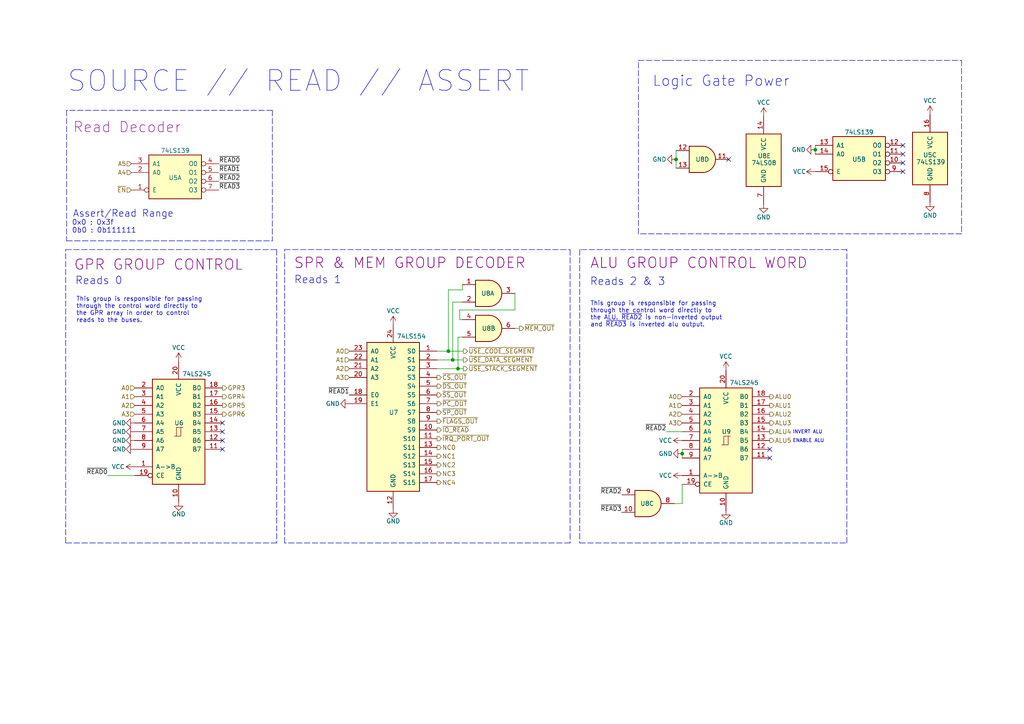
<source format=kicad_sch>
(kicad_sch (version 20211123) (generator eeschema)
  (paper "A4")
  (lib_symbols
    (symbol "74xx:74LS08" (pin_names (offset 1.016))
      (property "Reference" "U" (at 0 1.27 0))
      (property "Value" "74LS08" (at 0 -1.27 0))
      (symbol "74LS08_1_1"
        (arc (start 0 -3.81) (mid 3.81 0) (end 0 3.81) (stroke (width 0.254)) (fill (type background)))
        (polyline (pts (xy 0 3.81) (xy -3.81 3.81) (xy -3.81 -3.81) (xy 0 -3.81)) (stroke (width 0.254)) (fill (type background)))
        (pin input line (at -7.62 2.54 0) (length 3.81) (name "~") (number "1"))
        (pin input line (at -7.62 -2.54 0) (length 3.81) (name "~") (number "2"))
        (pin output line (at 7.62 0 180) (length 3.81) (name "~") (number "3"))
      )
      (symbol "74LS08_1_2"
        (arc (start -3.81 -3.81) (mid -2.589 0) (end -3.81 3.81) (stroke (width 0.254)))
        (arc (start -0.6096 -3.81) (mid 2.1855 -2.584) (end 3.81 0) (stroke (width 0.254)) (fill (type background)))
        (polyline (pts (xy -3.81 -3.81) (xy -0.635 -3.81)) (stroke (width 0.254)) (fill (type background)))
        (polyline (pts (xy -3.81 3.81) (xy -0.635 3.81)) (stroke (width 0.254)) (fill (type background)))
        (polyline (pts (xy -0.635 3.81) (xy -3.81 3.81) (xy -3.81 3.81) (xy -3.556 3.4036) (xy -3.0226 2.2606) (xy -2.6924 1.0414) (xy -2.6162 -0.254) (xy -2.7686 -1.4986) (xy -3.175 -2.7178) (xy -3.81 -3.81) (xy -3.81 -3.81) (xy -0.635 -3.81)) (stroke (width -25.4)) (fill (type background)))
        (arc (start 3.81 0) (mid 2.1928 2.5925) (end -0.6096 3.81) (stroke (width 0.254)) (fill (type background)))
        (pin input inverted (at -7.62 2.54 0) (length 4.318) (name "~") (number "1"))
        (pin input inverted (at -7.62 -2.54 0) (length 4.318) (name "~") (number "2"))
        (pin output inverted (at 7.62 0 180) (length 3.81) (name "~") (number "3"))
      )
      (symbol "74LS08_2_1"
        (arc (start 0 -3.81) (mid 3.81 0) (end 0 3.81) (stroke (width 0.254)) (fill (type background)))
        (polyline (pts (xy 0 3.81) (xy -3.81 3.81) (xy -3.81 -3.81) (xy 0 -3.81)) (stroke (width 0.254)) (fill (type background)))
        (pin input line (at -7.62 2.54 0) (length 3.81) (name "~") (number "4"))
        (pin input line (at -7.62 -2.54 0) (length 3.81) (name "~") (number "5"))
        (pin output line (at 7.62 0 180) (length 3.81) (name "~") (number "6"))
      )
      (symbol "74LS08_2_2"
        (arc (start -3.81 -3.81) (mid -2.589 0) (end -3.81 3.81) (stroke (width 0.254)))
        (arc (start -0.6096 -3.81) (mid 2.1855 -2.584) (end 3.81 0) (stroke (width 0.254)) (fill (type background)))
        (polyline (pts (xy -3.81 -3.81) (xy -0.635 -3.81)) (stroke (width 0.254)) (fill (type background)))
        (polyline (pts (xy -3.81 3.81) (xy -0.635 3.81)) (stroke (width 0.254)) (fill (type background)))
        (polyline (pts (xy -0.635 3.81) (xy -3.81 3.81) (xy -3.81 3.81) (xy -3.556 3.4036) (xy -3.0226 2.2606) (xy -2.6924 1.0414) (xy -2.6162 -0.254) (xy -2.7686 -1.4986) (xy -3.175 -2.7178) (xy -3.81 -3.81) (xy -3.81 -3.81) (xy -0.635 -3.81)) (stroke (width -25.4)) (fill (type background)))
        (arc (start 3.81 0) (mid 2.1928 2.5925) (end -0.6096 3.81) (stroke (width 0.254)) (fill (type background)))
        (pin input inverted (at -7.62 2.54 0) (length 4.318) (name "~") (number "4"))
        (pin input inverted (at -7.62 -2.54 0) (length 4.318) (name "~") (number "5"))
        (pin output inverted (at 7.62 0 180) (length 3.81) (name "~") (number "6"))
      )
      (symbol "74LS08_3_1"
        (arc (start 0 -3.81) (mid 3.81 0) (end 0 3.81) (stroke (width 0.254)) (fill (type background)))
        (polyline (pts (xy 0 3.81) (xy -3.81 3.81) (xy -3.81 -3.81) (xy 0 -3.81)) (stroke (width 0.254)) (fill (type background)))
        (pin input line (at -7.62 -2.54 0) (length 3.81) (name "~") (number "10"))
        (pin output line (at 7.62 0 180) (length 3.81) (name "~") (number "8"))
        (pin input line (at -7.62 2.54 0) (length 3.81) (name "~") (number "9"))
      )
      (symbol "74LS08_3_2"
        (arc (start -3.81 -3.81) (mid -2.589 0) (end -3.81 3.81) (stroke (width 0.254)))
        (arc (start -0.6096 -3.81) (mid 2.1855 -2.584) (end 3.81 0) (stroke (width 0.254)) (fill (type background)))
        (polyline (pts (xy -3.81 -3.81) (xy -0.635 -3.81)) (stroke (width 0.254)) (fill (type background)))
        (polyline (pts (xy -3.81 3.81) (xy -0.635 3.81)) (stroke (width 0.254)) (fill (type background)))
        (polyline (pts (xy -0.635 3.81) (xy -3.81 3.81) (xy -3.81 3.81) (xy -3.556 3.4036) (xy -3.0226 2.2606) (xy -2.6924 1.0414) (xy -2.6162 -0.254) (xy -2.7686 -1.4986) (xy -3.175 -2.7178) (xy -3.81 -3.81) (xy -3.81 -3.81) (xy -0.635 -3.81)) (stroke (width -25.4)) (fill (type background)))
        (arc (start 3.81 0) (mid 2.1928 2.5925) (end -0.6096 3.81) (stroke (width 0.254)) (fill (type background)))
        (pin input inverted (at -7.62 -2.54 0) (length 4.318) (name "~") (number "10"))
        (pin output inverted (at 7.62 0 180) (length 3.81) (name "~") (number "8"))
        (pin input inverted (at -7.62 2.54 0) (length 4.318) (name "~") (number "9"))
      )
      (symbol "74LS08_4_1"
        (arc (start 0 -3.81) (mid 3.81 0) (end 0 3.81) (stroke (width 0.254)) (fill (type background)))
        (polyline (pts (xy 0 3.81) (xy -3.81 3.81) (xy -3.81 -3.81) (xy 0 -3.81)) (stroke (width 0.254)) (fill (type background)))
        (pin output line (at 7.62 0 180) (length 3.81) (name "~") (number "11"))
        (pin input line (at -7.62 2.54 0) (length 3.81) (name "~") (number "12"))
        (pin input line (at -7.62 -2.54 0) (length 3.81) (name "~") (number "13"))
      )
      (symbol "74LS08_4_2"
        (arc (start -3.81 -3.81) (mid -2.589 0) (end -3.81 3.81) (stroke (width 0.254)))
        (arc (start -0.6096 -3.81) (mid 2.1855 -2.584) (end 3.81 0) (stroke (width 0.254)) (fill (type background)))
        (polyline (pts (xy -3.81 -3.81) (xy -0.635 -3.81)) (stroke (width 0.254)) (fill (type background)))
        (polyline (pts (xy -3.81 3.81) (xy -0.635 3.81)) (stroke (width 0.254)) (fill (type background)))
        (polyline (pts (xy -0.635 3.81) (xy -3.81 3.81) (xy -3.81 3.81) (xy -3.556 3.4036) (xy -3.0226 2.2606) (xy -2.6924 1.0414) (xy -2.6162 -0.254) (xy -2.7686 -1.4986) (xy -3.175 -2.7178) (xy -3.81 -3.81) (xy -3.81 -3.81) (xy -0.635 -3.81)) (stroke (width -25.4)) (fill (type background)))
        (arc (start 3.81 0) (mid 2.1928 2.5925) (end -0.6096 3.81) (stroke (width 0.254)) (fill (type background)))
        (pin output inverted (at 7.62 0 180) (length 3.81) (name "~") (number "11"))
        (pin input inverted (at -7.62 2.54 0) (length 4.318) (name "~") (number "12"))
        (pin input inverted (at -7.62 -2.54 0) (length 4.318) (name "~") (number "13"))
      )
      (symbol "74LS08_5_0"
        (pin power_in line (at 0 12.7 270) (length 5.08) (name "VCC") (number "14"))
        (pin power_in line (at 0 -12.7 90) (length 5.08) (name "GND") (number "7"))
      )
      (symbol "74LS08_5_1"
        (rectangle (start -5.08 7.62) (end 5.08 -7.62) (stroke (width 0.254)) (fill (type background)))
      )
    )
    (symbol "74xx:74LS139" (pin_names (offset 1.016))
      (property "Reference" "U" (at -7.62 8.89 0))
      (property "Value" "74LS139" (at -7.62 -8.89 0))
      (symbol "74LS139_1_0"
        (pin input inverted (at -12.7 -5.08 0) (length 5.08) (name "E") (number "1"))
        (pin input line (at -12.7 0 0) (length 5.08) (name "A0") (number "2"))
        (pin input line (at -12.7 2.54 0) (length 5.08) (name "A1") (number "3"))
        (pin output inverted (at 12.7 2.54 180) (length 5.08) (name "O0") (number "4"))
        (pin output inverted (at 12.7 0 180) (length 5.08) (name "O1") (number "5"))
        (pin output inverted (at 12.7 -2.54 180) (length 5.08) (name "O2") (number "6"))
        (pin output inverted (at 12.7 -5.08 180) (length 5.08) (name "O3") (number "7"))
      )
      (symbol "74LS139_1_1"
        (rectangle (start -7.62 5.08) (end 7.62 -7.62) (stroke (width 0.254)) (fill (type background)))
      )
      (symbol "74LS139_2_0"
        (pin output inverted (at 12.7 -2.54 180) (length 5.08) (name "O2") (number "10"))
        (pin output inverted (at 12.7 0 180) (length 5.08) (name "O1") (number "11"))
        (pin output inverted (at 12.7 2.54 180) (length 5.08) (name "O0") (number "12"))
        (pin input line (at -12.7 2.54 0) (length 5.08) (name "A1") (number "13"))
        (pin input line (at -12.7 0 0) (length 5.08) (name "A0") (number "14"))
        (pin input inverted (at -12.7 -5.08 0) (length 5.08) (name "E") (number "15"))
        (pin output inverted (at 12.7 -5.08 180) (length 5.08) (name "O3") (number "9"))
      )
      (symbol "74LS139_2_1"
        (rectangle (start -7.62 5.08) (end 7.62 -7.62) (stroke (width 0.254)) (fill (type background)))
      )
      (symbol "74LS139_3_0"
        (pin power_in line (at 0 12.7 270) (length 5.08) (name "VCC") (number "16"))
        (pin power_in line (at 0 -12.7 90) (length 5.08) (name "GND") (number "8"))
      )
      (symbol "74LS139_3_1"
        (rectangle (start -5.08 7.62) (end 5.08 -7.62) (stroke (width 0.254)) (fill (type background)))
      )
    )
    (symbol "74xx:74LS154" (pin_names (offset 1.016))
      (property "Reference" "U" (at -7.62 21.59 0))
      (property "Value" "74LS154" (at -7.62 -24.13 0))
      (symbol "74LS154_1_0"
        (pin output line (at 12.7 17.78 180) (length 5.08) (name "S0") (number "1"))
        (pin output line (at 12.7 -5.08 180) (length 5.08) (name "S9") (number "10"))
        (pin output line (at 12.7 -7.62 180) (length 5.08) (name "S10") (number "11"))
        (pin power_in line (at 0 -27.94 90) (length 5.08) (name "GND") (number "12"))
        (pin output line (at 12.7 -10.16 180) (length 5.08) (name "S11") (number "13"))
        (pin output line (at 12.7 -12.7 180) (length 5.08) (name "S12") (number "14"))
        (pin output line (at 12.7 -15.24 180) (length 5.08) (name "S13") (number "15"))
        (pin output line (at 12.7 -17.78 180) (length 5.08) (name "S14") (number "16"))
        (pin output line (at 12.7 -20.32 180) (length 5.08) (name "S15") (number "17"))
        (pin input line (at -12.7 5.08 0) (length 5.08) (name "E0") (number "18"))
        (pin input line (at -12.7 2.54 0) (length 5.08) (name "E1") (number "19"))
        (pin output line (at 12.7 15.24 180) (length 5.08) (name "S1") (number "2"))
        (pin input line (at -12.7 10.16 0) (length 5.08) (name "A3") (number "20"))
        (pin input line (at -12.7 12.7 0) (length 5.08) (name "A2") (number "21"))
        (pin input line (at -12.7 15.24 0) (length 5.08) (name "A1") (number "22"))
        (pin input line (at -12.7 17.78 0) (length 5.08) (name "A0") (number "23"))
        (pin power_in line (at 0 25.4 270) (length 5.08) (name "VCC") (number "24"))
        (pin output line (at 12.7 12.7 180) (length 5.08) (name "S2") (number "3"))
        (pin output line (at 12.7 10.16 180) (length 5.08) (name "S3") (number "4"))
        (pin output line (at 12.7 7.62 180) (length 5.08) (name "S4") (number "5"))
        (pin output line (at 12.7 5.08 180) (length 5.08) (name "S5") (number "6"))
        (pin output line (at 12.7 2.54 180) (length 5.08) (name "S6") (number "7"))
        (pin output line (at 12.7 0 180) (length 5.08) (name "S7") (number "8"))
        (pin output line (at 12.7 -2.54 180) (length 5.08) (name "S8") (number "9"))
      )
      (symbol "74LS154_1_1"
        (rectangle (start -7.62 20.32) (end 7.62 -22.86) (stroke (width 0.254)) (fill (type background)))
      )
    )
    (symbol "74xx:74LS245" (pin_names (offset 1.016))
      (property "Reference" "U" (at -7.62 16.51 0))
      (property "Value" "74LS245" (at -7.62 -16.51 0))
      (symbol "74LS245_1_0"
        (polyline (pts (xy -0.635 -1.27) (xy -0.635 1.27) (xy 0.635 1.27)))
        (polyline (pts (xy -1.27 -1.27) (xy 0.635 -1.27) (xy 0.635 1.27) (xy 1.27 1.27)))
        (pin input line (at -12.7 -10.16 0) (length 5.08) (name "A->B") (number "1"))
        (pin power_in line (at 0 -20.32 90) (length 5.08) (name "GND") (number "10"))
        (pin tri_state line (at 12.7 -5.08 180) (length 5.08) (name "B7") (number "11"))
        (pin tri_state line (at 12.7 -2.54 180) (length 5.08) (name "B6") (number "12"))
        (pin tri_state line (at 12.7 0 180) (length 5.08) (name "B5") (number "13"))
        (pin tri_state line (at 12.7 2.54 180) (length 5.08) (name "B4") (number "14"))
        (pin tri_state line (at 12.7 5.08 180) (length 5.08) (name "B3") (number "15"))
        (pin tri_state line (at 12.7 7.62 180) (length 5.08) (name "B2") (number "16"))
        (pin tri_state line (at 12.7 10.16 180) (length 5.08) (name "B1") (number "17"))
        (pin tri_state line (at 12.7 12.7 180) (length 5.08) (name "B0") (number "18"))
        (pin input inverted (at -12.7 -12.7 0) (length 5.08) (name "CE") (number "19"))
        (pin tri_state line (at -12.7 12.7 0) (length 5.08) (name "A0") (number "2"))
        (pin power_in line (at 0 20.32 270) (length 5.08) (name "VCC") (number "20"))
        (pin tri_state line (at -12.7 10.16 0) (length 5.08) (name "A1") (number "3"))
        (pin tri_state line (at -12.7 7.62 0) (length 5.08) (name "A2") (number "4"))
        (pin tri_state line (at -12.7 5.08 0) (length 5.08) (name "A3") (number "5"))
        (pin tri_state line (at -12.7 2.54 0) (length 5.08) (name "A4") (number "6"))
        (pin tri_state line (at -12.7 0 0) (length 5.08) (name "A5") (number "7"))
        (pin tri_state line (at -12.7 -2.54 0) (length 5.08) (name "A6") (number "8"))
        (pin tri_state line (at -12.7 -5.08 0) (length 5.08) (name "A7") (number "9"))
      )
      (symbol "74LS245_1_1"
        (rectangle (start -7.62 15.24) (end 7.62 -15.24) (stroke (width 0.254)) (fill (type background)))
      )
    )
    (symbol "power:GND" (power) (pin_names (offset 0))
      (property "Value" "GND" (at 0 -3.81 0))
      (symbol "GND_0_1"
        (polyline (pts (xy 0 0) (xy 0 -1.27) (xy 1.27 -1.27) (xy 0 -2.54) (xy -1.27 -1.27) (xy 0 -1.27)))
      )
      (symbol "GND_1_1"
        (pin power_in line (at 0 0 270) (length 0) hide (name "GND") (number "1"))
      )
    )
    (symbol "power:VCC" (power) (pin_names (offset 0))
      (property "Value" "VCC" (at 0 3.81 0))
      (symbol "VCC_0_1"
        (polyline (pts (xy -0.762 1.27) (xy 0 2.54)))
        (polyline (pts (xy 0 0) (xy 0 2.54)))
        (polyline (pts (xy 0 2.54) (xy 0.762 1.27)))
      )
      (symbol "VCC_1_1"
        (pin power_in line (at 0 0 90) (length 0) hide (name "VCC") (number "1"))
      )
    )
  )
  (junction (at 197.866 131.572))
  (junction (at 132.842 106.934))
  (junction (at 131.318 104.394))
  (junction (at 130.048 101.854))
  (junction (at 236.474 43.434))
  (junction (at 196.088 46.228))
  (no_connect (at 223.266 132.842))
  (no_connect (at 261.874 47.244))
  (no_connect (at 261.874 44.704))
  (no_connect (at 261.874 49.784))
  (no_connect (at 261.874 42.164))
  (no_connect (at 64.516 130.302))
  (no_connect (at 211.328 46.228))
  (no_connect (at 64.516 122.682))
  (no_connect (at 64.516 125.222))
  (no_connect (at 64.516 127.762))
  (no_connect (at 223.266 130.302))
  (wire (pts (xy 131.318 87.63) (xy 131.318 104.394)))
  (polyline (pts (xy 82.55 72.39) (xy 165.354 72.39)))
  (wire (pts (xy 197.866 140.462) (xy 197.866 146.05)))
  (polyline (pts (xy 168.148 157.48) (xy 245.618 157.48)))
  (wire (pts (xy 133.35 92.71) (xy 133.35 89.916)))
  (wire (pts (xy 133.35 89.916) (xy 149.352 89.916)))
  (polyline (pts (xy 19.304 69.85) (xy 78.994 69.85)))
  (wire (pts (xy 130.048 101.854) (xy 126.746 101.854)))
  (wire (pts (xy 31.242 137.922) (xy 39.116 137.922)))
  (wire (pts (xy 236.474 42.164) (xy 236.474 43.434)))
  (polyline (pts (xy 278.892 67.818) (xy 185.166 67.818)))
  (wire (pts (xy 131.318 87.63) (xy 134.112 87.63)))
  (polyline (pts (xy 245.618 157.48) (xy 245.618 72.39)))
  (wire (pts (xy 197.866 146.05) (xy 195.58 146.05)))
  (polyline (pts (xy 19.05 157.48) (xy 19.05 72.39)))
  (wire (pts (xy 150.622 95.25) (xy 149.352 95.25)))
  (wire (pts (xy 197.866 130.302) (xy 197.866 131.572)))
  (polyline (pts (xy 19.05 72.39) (xy 80.264 72.39)))
  (polyline (pts (xy 168.148 72.39) (xy 168.148 157.48)))
  (polyline (pts (xy 165.354 72.39) (xy 165.354 157.48)))
  (wire (pts (xy 132.842 106.934) (xy 126.746 106.934)))
  (wire (pts (xy 134.112 97.79) (xy 132.842 97.79)))
  (polyline (pts (xy 245.618 72.39) (xy 168.148 72.39)))
  (wire (pts (xy 149.352 89.916) (xy 149.352 85.09)))
  (polyline (pts (xy 78.994 32.004) (xy 78.994 69.85)))
  (polyline (pts (xy 80.264 72.39) (xy 80.264 157.48)))
  (polyline (pts (xy 193.802 17.526) (xy 278.892 17.526)))
  (wire (pts (xy 193.294 125.222) (xy 197.866 125.222)))
  (polyline (pts (xy 278.892 17.526) (xy 278.892 67.818)))
  (polyline (pts (xy 82.55 157.48) (xy 82.55 72.39)))
  (polyline (pts (xy 185.166 67.818) (xy 185.166 17.526)))
  (wire (pts (xy 130.048 84.074) (xy 134.112 84.074)))
  (polyline (pts (xy 165.354 157.48) (xy 82.55 157.48)))
  (polyline (pts (xy 78.994 32.004) (xy 19.304 32.004)))
  (wire (pts (xy 134.366 106.934) (xy 132.842 106.934)))
  (polyline (pts (xy 80.264 157.48) (xy 19.05 157.48)))
  (wire (pts (xy 197.866 131.572) (xy 197.866 132.842)))
  (wire (pts (xy 134.366 104.394) (xy 131.318 104.394)))
  (wire (pts (xy 196.088 43.688) (xy 196.088 46.228)))
  (polyline (pts (xy 19.304 32.004) (xy 19.304 69.85)))
  (wire (pts (xy 132.842 97.79) (xy 132.842 106.934)))
  (wire (pts (xy 134.112 92.71) (xy 133.35 92.71)))
  (wire (pts (xy 236.474 43.434) (xy 236.474 44.704)))
  (wire (pts (xy 134.112 84.074) (xy 134.112 82.55)))
  (polyline (pts (xy 245.618 72.39) (xy 245.618 72.39)))
  (wire (pts (xy 134.366 101.854) (xy 130.048 101.854)))
  (wire (pts (xy 131.318 104.394) (xy 126.746 104.394)))
  (polyline (pts (xy 185.166 17.526) (xy 193.802 17.526)))
  (wire (pts (xy 196.088 46.228) (xy 196.088 48.768)))
  (wire (pts (xy 130.048 84.074) (xy 130.048 101.854)))
  (text "0x0 : 0x3f" (at 20.828 65.532 0) (effects (font (size 1.5 1.5)) (justify left bottom)))
  (text "This group is responsible for passing\nthrough the control word directly to \nthe GPR array in order to control\nreads to the buses." (at 22.098 93.726 0) (effects (font (size 1.27 1.27)) (justify left bottom)))
  (text "Reads 0" (at 35.56 82.804 180) (effects (font (size 2.2 2.2)) (justify right bottom)))
  (text "0b0 : 0b111111" (at 20.828 67.818 0) (effects (font (size 1.5 1.5)) (justify left bottom)))
  (text "Assert/Read Range" (at 21.082 63.246 0) (effects (font (size 2 2)) (justify left bottom)))
  (text "ENABLE ALU" (at 229.87 128.524 0) (effects (font (size 1 1)) (justify left bottom)))
  (text "Reads 1" (at 99.06 82.55 180) (effects (font (size 2.2 2.2)) (justify right bottom)))
  (text "This group is responsible for passing\nthrough the control word directly to \nthe ALU. ~{READ2} is non-inverted output\nand ~{READ3} is inverted alu output." (at 171.196 94.996 0) (effects (font (size 1.27 1.27)) (justify left bottom)))
  (text "Reads 2 & 3" (at 193.04 83.058 180) (effects (font (size 2.2 2.2)) (justify right bottom)))
  (text "SOURCE // READ // ASSERT" (at 19.304 27.178 0) (effects (font (size 6 6)) (justify left bottom)))
  (text "Logic Gate Power" (at 229.108 25.4 180) (effects (font (size 3 3)) (justify right bottom)))
  (text "INVERT ALU" (at 229.87 125.984 0) (effects (font (size 1 1)) (justify left bottom)))
  (label "~{READ0}" (at 63.5 47.498 0))
  (label "~{READ1}" (at 63.5 50.038 0))
  (label "~{READ2}" (at 63.5 52.578 0))
  (label "~{READ0}" (at 31.242 137.922 180))
  (label "~{READ1}" (at 101.346 114.554 180))
  (label "~{READ3}" (at 180.34 148.59 180))
  (label "~{READ3}" (at 63.5 55.118 0))
  (label "~{READ2}" (at 180.34 143.51 180))
  (label "~{READ2}" (at 193.294 125.222 180))
  (hierarchical_label "~{USE_STACK_SEGMENT}" (shape output) (at 134.366 106.934 0))
  (hierarchical_label "~{CS_OUT}" (shape output) (at 126.746 109.474 0))
  (hierarchical_label "GPR4" (shape output) (at 64.516 115.062 0))
  (hierarchical_label "~{MEM_OUT}" (shape output) (at 150.622 95.25 0))
  (hierarchical_label "~{EN}" (shape input) (at 38.1 55.118 180))
  (hierarchical_label "A2" (shape input) (at 197.866 120.142 180))
  (hierarchical_label "A1" (shape input) (at 39.116 115.062 180))
  (hierarchical_label "A3" (shape input) (at 101.346 109.474 180))
  (hierarchical_label "ALU1" (shape output) (at 223.266 117.602 0))
  (hierarchical_label "~{IRQ_PORT_OUT}" (shape output) (at 126.746 127.254 0))
  (hierarchical_label "NC2" (shape output) (at 126.746 134.874 0))
  (hierarchical_label "~{USE_DATA_SEGMENT}" (shape output) (at 134.366 104.394 0))
  (hierarchical_label "~{PC_OUT}" (shape output) (at 126.746 117.094 0))
  (hierarchical_label "A1" (shape input) (at 101.346 104.394 180))
  (hierarchical_label "A2" (shape input) (at 39.116 117.602 180))
  (hierarchical_label "NC1" (shape output) (at 126.746 132.334 0))
  (hierarchical_label "~{FLAGS_OUT}" (shape output) (at 126.746 122.174 0))
  (hierarchical_label "A3" (shape input) (at 39.116 120.142 180))
  (hierarchical_label "A0" (shape input) (at 197.866 115.062 180))
  (hierarchical_label "A1" (shape input) (at 197.866 117.602 180))
  (hierarchical_label "A0" (shape input) (at 101.346 101.854 180))
  (hierarchical_label "NC3" (shape output) (at 126.746 137.414 0))
  (hierarchical_label "ALU4" (shape output) (at 223.266 125.222 0))
  (hierarchical_label "A5" (shape input) (at 38.1 47.498 180))
  (hierarchical_label "~{DS_OUT}" (shape output) (at 126.746 112.014 0))
  (hierarchical_label "NC0" (shape output) (at 126.746 129.794 0))
  (hierarchical_label "A3" (shape input) (at 197.866 122.682 180))
  (hierarchical_label "ALU0" (shape output) (at 223.266 115.062 0))
  (hierarchical_label "GPR3" (shape output) (at 64.516 112.522 0))
  (hierarchical_label "GPR5" (shape output) (at 64.516 117.602 0))
  (hierarchical_label "~{IO_READ}" (shape output) (at 126.746 124.714 0))
  (hierarchical_label "~{USE_CODE_SEGMENT}" (shape output) (at 134.366 101.854 0))
  (hierarchical_label "NC4" (shape output) (at 126.746 139.954 0))
  (hierarchical_label "A2" (shape input) (at 101.346 106.934 180))
  (hierarchical_label "~{SS_OUT}" (shape output) (at 126.746 114.554 0))
  (hierarchical_label "ALU2" (shape output) (at 223.266 120.142 0))
  (hierarchical_label "ALU5" (shape output) (at 223.266 127.762 0))
  (hierarchical_label "~{SP_OUT}" (shape output) (at 126.746 119.634 0))
  (hierarchical_label "ALU3" (shape output) (at 223.266 122.682 0))
  (hierarchical_label "GPR6" (shape output) (at 64.516 120.142 0))
  (hierarchical_label "A0" (shape input) (at 39.116 112.522 180))
  (hierarchical_label "A4" (shape input) (at 38.1 50.038 180))
  (symbol (lib_id "74xx:74LS154") (at 114.046 119.634 0) (unit 1)
    (property "Reference" "U7" (at 112.776 119.634 0) (effects (justify left)))
    (property "Value" "74LS154" (at 115.062 97.536 0) (effects (justify left)))
    (property "Footprint" "Package_SO:SOIC-24W_7.5x15.4mm_P1.27mm" (effects hide))
    (property "Datasheet" "http://www.ti.com/lit/gpn/sn74LS154" (effects hide))
    (property "Field4" "SPR & MEM GROUP DECODER" (at 118.872 76.2 0) (effects (font (size 3 3))))
  )
  (symbol (lib_id "power:VCC") (at 236.474 49.784 90) (unit 1)
    (property "Reference" "#PWR046" (effects hide))
    (property "Value" "VCC" (at 231.902 49.784 90))
  )
  (symbol (lib_id "74xx:74LS08") (at 221.488 46.482 0) (unit 5)
    (property "Reference" "U8" (at 219.71 45.212 0) (effects (justify left)))
    (property "Value" "74LS08" (at 217.932 47.244 0) (effects (justify left)))
    (property "Footprint" "Package_SO:SOIC-14_3.9x8.7mm_P1.27mm" (effects hide))
    (property "Datasheet" "http://www.ti.com/lit/gpn/sn74LS08" (effects hide))
  )
  (symbol (lib_id "74xx:74LS245") (at 51.816 125.222 0) (unit 1)
    (property "Reference" "U6" (at 50.546 122.682 0) (effects (justify left)))
    (property "Value" "74LS245" (at 52.832 108.458 0) (effects (justify left)))
    (property "Footprint" "Package_SO:SOIC-20W_7.5x12.8mm_P1.27mm" (effects hide))
    (property "Datasheet" "http://www.ti.com/lit/gpn/sn74LS245" (effects hide))
    (property "Field4" "GPR GROUP CONTROL" (at 45.974 76.708 0) (effects (font (size 3 3))))
  )
  (symbol (lib_id "power:VCC") (at 114.046 94.234 0) (unit 1)
    (property "Reference" "#PWR035" (effects hide))
    (property "Value" "VCC" (at 114.046 90.17 0))
  )
  (symbol (lib_id "power:GND") (at 221.488 59.182 0) (unit 1)
    (property "Reference" "#PWR044" (effects hide))
    (property "Value" "GND" (at 221.488 62.992 0))
  )
  (symbol (lib_id "power:GND") (at 210.566 148.082 0) (unit 1)
    (property "Reference" "#PWR042" (effects hide))
    (property "Value" "GND" (at 210.566 151.638 0))
  )
  (symbol (lib_id "74xx:74LS08") (at 141.732 95.25 0) (unit 2)
    (property "Reference" "U8" (at 141.732 95.25 0))
    (property "Value" "74LS08" (effects hide))
    (property "Footprint" "Package_SO:SOIC-14_3.9x8.7mm_P1.27mm" (effects hide))
    (property "Datasheet" "http://www.ti.com/lit/gpn/sn74LS08" (effects hide))
  )
  (symbol (lib_id "power:GND") (at 39.116 122.682 270) (unit 1)
    (property "Reference" "#PWR027" (effects hide))
    (property "Value" "GND" (at 34.544 122.682 90))
  )
  (symbol (lib_id "power:GND") (at 51.816 145.542 0) (unit 1)
    (property "Reference" "#PWR033" (effects hide))
    (property "Value" "GND" (at 51.816 149.098 0))
  )
  (symbol (lib_id "power:GND") (at 269.748 58.674 0) (unit 1)
    (property "Reference" "#PWR048" (effects hide))
    (property "Value" "GND" (at 269.748 62.484 0))
  )
  (symbol (lib_id "74xx:74LS139") (at 269.748 45.974 0) (unit 3)
    (property "Reference" "U5" (at 267.716 44.958 0) (effects (justify left)))
    (property "Value" "74LS139" (at 265.684 46.99 0) (effects (justify left)))
    (property "Footprint" "Package_SO:TSSOP-16_4.4x5mm_P0.65mm" (effects hide))
    (property "Datasheet" "http://www.ti.com/lit/ds/symlink/sn74ls139a.pdf" (effects hide))
  )
  (symbol (lib_id "power:GND") (at 39.116 125.222 270) (unit 1)
    (property "Reference" "#PWR028" (effects hide))
    (property "Value" "GND" (at 34.544 125.222 90))
  )
  (symbol (lib_id "power:VCC") (at 51.816 104.902 0) (unit 1)
    (property "Reference" "#PWR032" (effects hide))
    (property "Value" "VCC" (at 51.816 100.838 0))
  )
  (symbol (lib_id "power:GND") (at 236.474 43.434 270) (unit 1)
    (property "Reference" "#PWR045" (effects hide))
    (property "Value" "GND" (at 231.648 43.434 90))
  )
  (symbol (lib_id "power:VCC") (at 269.748 33.274 0) (unit 1)
    (property "Reference" "#PWR047" (effects hide))
    (property "Value" "VCC" (at 269.748 29.21 0))
  )
  (symbol (lib_id "power:VCC") (at 197.866 137.922 90) (unit 1)
    (property "Reference" "#PWR040" (effects hide))
    (property "Value" "VCC" (at 193.04 137.922 90))
  )
  (symbol (lib_id "power:VCC") (at 221.488 33.782 0) (unit 1)
    (property "Reference" "#PWR043" (effects hide))
    (property "Value" "VCC" (at 221.488 29.718 0))
  )
  (symbol (lib_id "power:GND") (at 196.088 46.228 270) (unit 1)
    (property "Reference" "#PWR037" (effects hide))
    (property "Value" "GND" (at 191.262 46.228 90))
  )
  (symbol (lib_id "power:VCC") (at 197.866 127.762 90) (unit 1)
    (property "Reference" "#PWR038" (effects hide))
    (property "Value" "VCC" (at 193.04 127.762 90))
  )
  (symbol (lib_id "74xx:74LS08") (at 187.96 146.05 0) (unit 3)
    (property "Reference" "U8" (at 187.706 146.05 0))
    (property "Value" "74LS08" (effects hide))
    (property "Footprint" "Package_SO:SOIC-14_3.9x8.7mm_P1.27mm" (effects hide))
    (property "Datasheet" "http://www.ti.com/lit/gpn/sn74LS08" (effects hide))
  )
  (symbol (lib_id "74xx:74LS139") (at 50.8 50.038 0) (unit 1)
    (property "Reference" "U5" (at 50.8 51.562 0))
    (property "Value" "74LS139" (at 50.8 43.688 0))
    (property "Footprint" "Package_SO:TSSOP-16_4.4x5mm_P0.65mm" (effects hide))
    (property "Datasheet" "http://www.ti.com/lit/ds/symlink/sn74ls139a.pdf" (effects hide))
    (property "Field4" "Read Decoder" (at 36.83 36.83 0) (effects (font (size 3 3))))
  )
  (symbol (lib_id "power:GND") (at 197.866 131.572 270) (unit 1)
    (property "Reference" "#PWR039" (effects hide))
    (property "Value" "GND" (at 193.04 131.572 90))
  )
  (symbol (lib_id "power:GND") (at 39.116 127.762 270) (unit 1)
    (property "Reference" "#PWR029" (effects hide))
    (property "Value" "GND" (at 34.544 127.762 90))
  )
  (symbol (lib_id "74xx:74LS08") (at 203.708 46.228 0) (unit 4)
    (property "Reference" "U8" (at 203.708 46.228 0))
    (property "Value" "74LS08" (effects hide))
    (property "Footprint" "Package_SO:SOIC-14_3.9x8.7mm_P1.27mm" (effects hide))
    (property "Datasheet" "http://www.ti.com/lit/gpn/sn74LS08" (effects hide))
  )
  (symbol (lib_id "power:GND") (at 114.046 147.574 0) (unit 1)
    (property "Reference" "#PWR036" (effects hide))
    (property "Value" "GND" (at 114.046 151.13 0))
  )
  (symbol (lib_id "74xx:74LS139") (at 249.174 44.704 0) (unit 2)
    (property "Reference" "U5" (at 249.174 46.228 0))
    (property "Value" "74LS139" (at 249.174 38.354 0))
    (property "Footprint" "Package_SO:TSSOP-16_4.4x5mm_P0.65mm" (effects hide))
    (property "Datasheet" "http://www.ti.com/lit/ds/symlink/sn74ls139a.pdf" (effects hide))
  )
  (symbol (lib_id "power:VCC") (at 39.116 135.382 90) (unit 1)
    (property "Reference" "#PWR031" (effects hide))
    (property "Value" "VCC" (at 34.29 135.382 90))
  )
  (symbol (lib_id "74xx:74LS08") (at 141.732 85.09 0) (unit 1)
    (property "Reference" "U8" (at 141.478 85.09 0))
    (property "Value" "74LS08" (effects hide))
    (property "Footprint" "Package_SO:SOIC-14_3.9x8.7mm_P1.27mm" (effects hide))
    (property "Datasheet" "http://www.ti.com/lit/gpn/sn74LS08" (effects hide))
  )
  (symbol (lib_id "power:GND") (at 39.116 130.302 270) (unit 1)
    (property "Reference" "#PWR030" (effects hide))
    (property "Value" "GND" (at 34.544 130.302 90))
  )
  (symbol (lib_id "power:VCC") (at 210.566 107.442 0) (unit 1)
    (property "Reference" "#PWR041" (effects hide))
    (property "Value" "VCC" (at 210.566 103.378 0))
  )
  (symbol (lib_id "power:GND") (at 101.346 117.094 270) (unit 1)
    (property "Reference" "#PWR034" (effects hide))
    (property "Value" "GND" (at 96.52 117.094 90))
  )
  (symbol (lib_id "74xx:74LS245") (at 210.566 127.762 0) (unit 1)
    (property "Reference" "U9" (at 209.296 125.222 0) (effects (justify left)))
    (property "Value" "74LS245" (at 211.582 110.998 0) (effects (justify left)))
    (property "Footprint" "Package_SO:SOIC-20W_7.5x12.8mm_P1.27mm" (effects hide))
    (property "Datasheet" "http://www.ti.com/lit/gpn/sn74LS245" (effects hide))
    (property "Field4" "ALU GROUP CONTROL WORD" (at 202.692 76.2 0) (effects (font (size 3 3))))
  )
)
</source>
